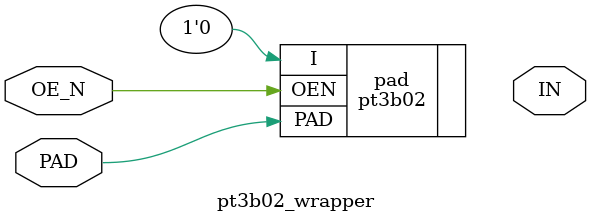
<source format=v>
module pt3b02_wrapper_0 ( IN, PAD, OE_N );
  input OE_N;
  output IN;
  inout PAD;

  tri   PAD;

  pt3b02 pad ( .I(1'b0), .OEN(OE_N), .PAD(PAD) );
endmodule
module pt3b02_wrapper_1 ( IN, PAD, OE_N );
  input OE_N;
  output IN;
  inout PAD;

  tri   PAD;

  pt3b02 pad ( .I(1'b0), .OEN(OE_N), .PAD(PAD) );
endmodule
module pt3b02_wrapper (IN, PAD, OE_N);
  input  OE_N;
  output IN;
  inout  PAD;

  // For a simple functional sim, model IN as the PAD value.
  //assign IN = PAD;
  tri	 PAD;
  // Instantiate the SCL CIO pad
  pt3b02 pad ( .I(1'b0), .OEN(OE_N), .PAD(PAD) );
endmodule

</source>
